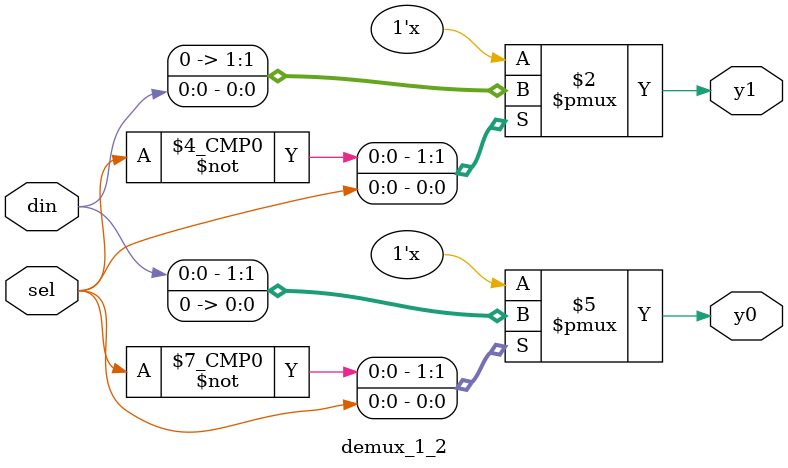
<source format=v>
module demux_1_2(
	input wire din,
	input wire sel,
	output reg y0,
	output reg y1);
always@(*) begin
	case(sel)
		1'b0:begin
			y0=din;
			y1=1'b0;
		   end
		1'b1:begin
			y0=1'b0;
			y1=din;
			end
	endcase
end
endmodule
</source>
